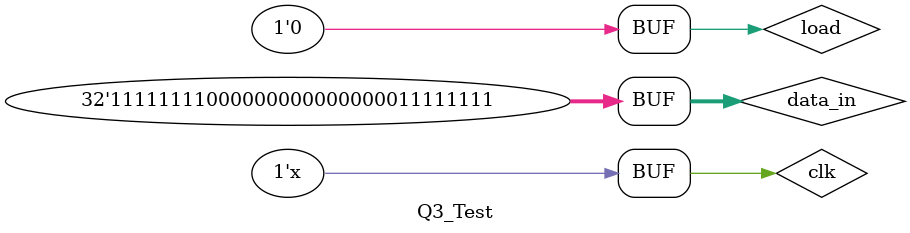
<source format=v>
`timescale 1ns / 1ps


module Q3_Test;

	// Inputs
	reg load;
	reg [31:0] data_in;
	reg clk;

	// Outputs
	wire [5:0] count;
	wire done;

	// Instantiate the Unit Under Test (UUT)
	new_counter uut (
		.count(count), 
		.done(done), 
		.load(load), 
		.data_in(data_in), 
		.clk(clk)
	);

	initial begin
		// Initialize Inputs
		load = 0;
		data_in = 0;
		clk = 0;
		
		data_in = 32'h000000ff;
		load = 1;
		
		#15 load = 0;

		#320
		
		data_in = 32'hff0000ff;
		load = 1;
		
		#15 load = 0;
	end
	always #5 clk = ~clk;
      
endmodule
</source>
